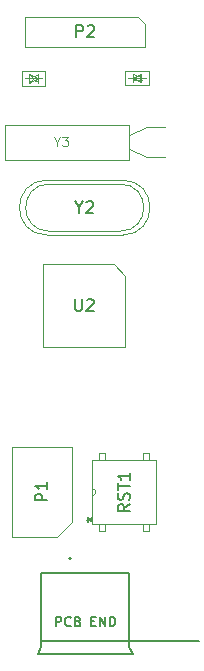
<source format=gbr>
%TF.GenerationSoftware,KiCad,Pcbnew,9.0.0*%
%TF.CreationDate,2025-02-28T11:04:11+07:00*%
%TF.ProjectId,SMT32_Bluepill,534d5433-325f-4426-9c75-6570696c6c2e,rev?*%
%TF.SameCoordinates,Original*%
%TF.FileFunction,AssemblyDrawing,Top*%
%FSLAX46Y46*%
G04 Gerber Fmt 4.6, Leading zero omitted, Abs format (unit mm)*
G04 Created by KiCad (PCBNEW 9.0.0) date 2025-02-28 11:04:11*
%MOMM*%
%LPD*%
G01*
G04 APERTURE LIST*
%ADD10C,0.150000*%
%ADD11C,0.080000*%
%ADD12C,0.120000*%
%ADD13C,0.100000*%
%ADD14C,0.127000*%
%ADD15C,0.200000*%
%ADD16C,0.025400*%
%ADD17C,0.050000*%
G04 APERTURE END LIST*
D10*
X29138095Y-71154819D02*
X29138095Y-71964342D01*
X29138095Y-71964342D02*
X29185714Y-72059580D01*
X29185714Y-72059580D02*
X29233333Y-72107200D01*
X29233333Y-72107200D02*
X29328571Y-72154819D01*
X29328571Y-72154819D02*
X29519047Y-72154819D01*
X29519047Y-72154819D02*
X29614285Y-72107200D01*
X29614285Y-72107200D02*
X29661904Y-72059580D01*
X29661904Y-72059580D02*
X29709523Y-71964342D01*
X29709523Y-71964342D02*
X29709523Y-71154819D01*
X30138095Y-71250057D02*
X30185714Y-71202438D01*
X30185714Y-71202438D02*
X30280952Y-71154819D01*
X30280952Y-71154819D02*
X30519047Y-71154819D01*
X30519047Y-71154819D02*
X30614285Y-71202438D01*
X30614285Y-71202438D02*
X30661904Y-71250057D01*
X30661904Y-71250057D02*
X30709523Y-71345295D01*
X30709523Y-71345295D02*
X30709523Y-71440533D01*
X30709523Y-71440533D02*
X30661904Y-71583390D01*
X30661904Y-71583390D02*
X30090476Y-72154819D01*
X30090476Y-72154819D02*
X30709523Y-72154819D01*
X27504762Y-98862295D02*
X27504762Y-98062295D01*
X27504762Y-98062295D02*
X27809524Y-98062295D01*
X27809524Y-98062295D02*
X27885714Y-98100390D01*
X27885714Y-98100390D02*
X27923809Y-98138485D01*
X27923809Y-98138485D02*
X27961905Y-98214676D01*
X27961905Y-98214676D02*
X27961905Y-98328961D01*
X27961905Y-98328961D02*
X27923809Y-98405152D01*
X27923809Y-98405152D02*
X27885714Y-98443247D01*
X27885714Y-98443247D02*
X27809524Y-98481342D01*
X27809524Y-98481342D02*
X27504762Y-98481342D01*
X28761905Y-98786104D02*
X28723809Y-98824200D01*
X28723809Y-98824200D02*
X28609524Y-98862295D01*
X28609524Y-98862295D02*
X28533333Y-98862295D01*
X28533333Y-98862295D02*
X28419047Y-98824200D01*
X28419047Y-98824200D02*
X28342857Y-98748009D01*
X28342857Y-98748009D02*
X28304762Y-98671819D01*
X28304762Y-98671819D02*
X28266666Y-98519438D01*
X28266666Y-98519438D02*
X28266666Y-98405152D01*
X28266666Y-98405152D02*
X28304762Y-98252771D01*
X28304762Y-98252771D02*
X28342857Y-98176580D01*
X28342857Y-98176580D02*
X28419047Y-98100390D01*
X28419047Y-98100390D02*
X28533333Y-98062295D01*
X28533333Y-98062295D02*
X28609524Y-98062295D01*
X28609524Y-98062295D02*
X28723809Y-98100390D01*
X28723809Y-98100390D02*
X28761905Y-98138485D01*
X29371428Y-98443247D02*
X29485714Y-98481342D01*
X29485714Y-98481342D02*
X29523809Y-98519438D01*
X29523809Y-98519438D02*
X29561905Y-98595628D01*
X29561905Y-98595628D02*
X29561905Y-98709914D01*
X29561905Y-98709914D02*
X29523809Y-98786104D01*
X29523809Y-98786104D02*
X29485714Y-98824200D01*
X29485714Y-98824200D02*
X29409524Y-98862295D01*
X29409524Y-98862295D02*
X29104762Y-98862295D01*
X29104762Y-98862295D02*
X29104762Y-98062295D01*
X29104762Y-98062295D02*
X29371428Y-98062295D01*
X29371428Y-98062295D02*
X29447619Y-98100390D01*
X29447619Y-98100390D02*
X29485714Y-98138485D01*
X29485714Y-98138485D02*
X29523809Y-98214676D01*
X29523809Y-98214676D02*
X29523809Y-98290866D01*
X29523809Y-98290866D02*
X29485714Y-98367057D01*
X29485714Y-98367057D02*
X29447619Y-98405152D01*
X29447619Y-98405152D02*
X29371428Y-98443247D01*
X29371428Y-98443247D02*
X29104762Y-98443247D01*
X30514286Y-98443247D02*
X30780952Y-98443247D01*
X30895238Y-98862295D02*
X30514286Y-98862295D01*
X30514286Y-98862295D02*
X30514286Y-98062295D01*
X30514286Y-98062295D02*
X30895238Y-98062295D01*
X31238096Y-98862295D02*
X31238096Y-98062295D01*
X31238096Y-98062295D02*
X31695239Y-98862295D01*
X31695239Y-98862295D02*
X31695239Y-98062295D01*
X32076191Y-98862295D02*
X32076191Y-98062295D01*
X32076191Y-98062295D02*
X32266667Y-98062295D01*
X32266667Y-98062295D02*
X32380953Y-98100390D01*
X32380953Y-98100390D02*
X32457143Y-98176580D01*
X32457143Y-98176580D02*
X32495238Y-98252771D01*
X32495238Y-98252771D02*
X32533334Y-98405152D01*
X32533334Y-98405152D02*
X32533334Y-98519438D01*
X32533334Y-98519438D02*
X32495238Y-98671819D01*
X32495238Y-98671819D02*
X32457143Y-98748009D01*
X32457143Y-98748009D02*
X32380953Y-98824200D01*
X32380953Y-98824200D02*
X32266667Y-98862295D01*
X32266667Y-98862295D02*
X32076191Y-98862295D01*
X30125919Y-89824099D02*
X30364014Y-89824099D01*
X30268776Y-90062194D02*
X30364014Y-89824099D01*
X30364014Y-89824099D02*
X30268776Y-89586004D01*
X30554490Y-89966956D02*
X30364014Y-89824099D01*
X30364014Y-89824099D02*
X30554490Y-89681242D01*
X33754819Y-88523809D02*
X33278628Y-88857142D01*
X33754819Y-89095237D02*
X32754819Y-89095237D01*
X32754819Y-89095237D02*
X32754819Y-88714285D01*
X32754819Y-88714285D02*
X32802438Y-88619047D01*
X32802438Y-88619047D02*
X32850057Y-88571428D01*
X32850057Y-88571428D02*
X32945295Y-88523809D01*
X32945295Y-88523809D02*
X33088152Y-88523809D01*
X33088152Y-88523809D02*
X33183390Y-88571428D01*
X33183390Y-88571428D02*
X33231009Y-88619047D01*
X33231009Y-88619047D02*
X33278628Y-88714285D01*
X33278628Y-88714285D02*
X33278628Y-89095237D01*
X33707200Y-88142856D02*
X33754819Y-87999999D01*
X33754819Y-87999999D02*
X33754819Y-87761904D01*
X33754819Y-87761904D02*
X33707200Y-87666666D01*
X33707200Y-87666666D02*
X33659580Y-87619047D01*
X33659580Y-87619047D02*
X33564342Y-87571428D01*
X33564342Y-87571428D02*
X33469104Y-87571428D01*
X33469104Y-87571428D02*
X33373866Y-87619047D01*
X33373866Y-87619047D02*
X33326247Y-87666666D01*
X33326247Y-87666666D02*
X33278628Y-87761904D01*
X33278628Y-87761904D02*
X33231009Y-87952380D01*
X33231009Y-87952380D02*
X33183390Y-88047618D01*
X33183390Y-88047618D02*
X33135771Y-88095237D01*
X33135771Y-88095237D02*
X33040533Y-88142856D01*
X33040533Y-88142856D02*
X32945295Y-88142856D01*
X32945295Y-88142856D02*
X32850057Y-88095237D01*
X32850057Y-88095237D02*
X32802438Y-88047618D01*
X32802438Y-88047618D02*
X32754819Y-87952380D01*
X32754819Y-87952380D02*
X32754819Y-87714285D01*
X32754819Y-87714285D02*
X32802438Y-87571428D01*
X32754819Y-87285713D02*
X32754819Y-86714285D01*
X33754819Y-86999999D02*
X32754819Y-86999999D01*
X33754819Y-85857142D02*
X33754819Y-86428570D01*
X33754819Y-86142856D02*
X32754819Y-86142856D01*
X32754819Y-86142856D02*
X32897676Y-86238094D01*
X32897676Y-86238094D02*
X32992914Y-86333332D01*
X32992914Y-86333332D02*
X33040533Y-86428570D01*
X30125919Y-89824099D02*
X30364014Y-89824099D01*
X30268776Y-90062194D02*
X30364014Y-89824099D01*
X30364014Y-89824099D02*
X30268776Y-89586004D01*
X30554490Y-89966956D02*
X30364014Y-89824099D01*
X30364014Y-89824099D02*
X30554490Y-89681242D01*
D11*
X25262202Y-52695899D02*
X25262202Y-52195899D01*
X25262202Y-52195899D02*
X25381250Y-52195899D01*
X25381250Y-52195899D02*
X25452678Y-52219709D01*
X25452678Y-52219709D02*
X25500297Y-52267328D01*
X25500297Y-52267328D02*
X25524107Y-52314947D01*
X25524107Y-52314947D02*
X25547916Y-52410185D01*
X25547916Y-52410185D02*
X25547916Y-52481613D01*
X25547916Y-52481613D02*
X25524107Y-52576851D01*
X25524107Y-52576851D02*
X25500297Y-52624470D01*
X25500297Y-52624470D02*
X25452678Y-52672090D01*
X25452678Y-52672090D02*
X25381250Y-52695899D01*
X25381250Y-52695899D02*
X25262202Y-52695899D01*
X25738393Y-52243518D02*
X25762202Y-52219709D01*
X25762202Y-52219709D02*
X25809821Y-52195899D01*
X25809821Y-52195899D02*
X25928869Y-52195899D01*
X25928869Y-52195899D02*
X25976488Y-52219709D01*
X25976488Y-52219709D02*
X26000297Y-52243518D01*
X26000297Y-52243518D02*
X26024107Y-52291137D01*
X26024107Y-52291137D02*
X26024107Y-52338756D01*
X26024107Y-52338756D02*
X26000297Y-52410185D01*
X26000297Y-52410185D02*
X25714583Y-52695899D01*
X25714583Y-52695899D02*
X26024107Y-52695899D01*
D12*
X27619048Y-57832902D02*
X27619048Y-58213855D01*
X27352381Y-57413855D02*
X27619048Y-57832902D01*
X27619048Y-57832902D02*
X27885714Y-57413855D01*
X28076190Y-57413855D02*
X28571428Y-57413855D01*
X28571428Y-57413855D02*
X28304762Y-57718617D01*
X28304762Y-57718617D02*
X28419047Y-57718617D01*
X28419047Y-57718617D02*
X28495238Y-57756712D01*
X28495238Y-57756712D02*
X28533333Y-57794807D01*
X28533333Y-57794807D02*
X28571428Y-57870998D01*
X28571428Y-57870998D02*
X28571428Y-58061474D01*
X28571428Y-58061474D02*
X28533333Y-58137664D01*
X28533333Y-58137664D02*
X28495238Y-58175760D01*
X28495238Y-58175760D02*
X28419047Y-58213855D01*
X28419047Y-58213855D02*
X28190476Y-58213855D01*
X28190476Y-58213855D02*
X28114285Y-58175760D01*
X28114285Y-58175760D02*
X28076190Y-58137664D01*
D11*
X34030952Y-52627149D02*
X34030952Y-52127149D01*
X34030952Y-52127149D02*
X34150000Y-52127149D01*
X34150000Y-52127149D02*
X34221428Y-52150959D01*
X34221428Y-52150959D02*
X34269047Y-52198578D01*
X34269047Y-52198578D02*
X34292857Y-52246197D01*
X34292857Y-52246197D02*
X34316666Y-52341435D01*
X34316666Y-52341435D02*
X34316666Y-52412863D01*
X34316666Y-52412863D02*
X34292857Y-52508101D01*
X34292857Y-52508101D02*
X34269047Y-52555720D01*
X34269047Y-52555720D02*
X34221428Y-52603340D01*
X34221428Y-52603340D02*
X34150000Y-52627149D01*
X34150000Y-52627149D02*
X34030952Y-52627149D01*
X34792857Y-52627149D02*
X34507143Y-52627149D01*
X34650000Y-52627149D02*
X34650000Y-52127149D01*
X34650000Y-52127149D02*
X34602381Y-52198578D01*
X34602381Y-52198578D02*
X34554762Y-52246197D01*
X34554762Y-52246197D02*
X34507143Y-52270006D01*
D10*
X29483809Y-63378628D02*
X29483809Y-63854819D01*
X29150476Y-62854819D02*
X29483809Y-63378628D01*
X29483809Y-63378628D02*
X29817142Y-62854819D01*
X30102857Y-62950057D02*
X30150476Y-62902438D01*
X30150476Y-62902438D02*
X30245714Y-62854819D01*
X30245714Y-62854819D02*
X30483809Y-62854819D01*
X30483809Y-62854819D02*
X30579047Y-62902438D01*
X30579047Y-62902438D02*
X30626666Y-62950057D01*
X30626666Y-62950057D02*
X30674285Y-63045295D01*
X30674285Y-63045295D02*
X30674285Y-63140533D01*
X30674285Y-63140533D02*
X30626666Y-63283390D01*
X30626666Y-63283390D02*
X30055238Y-63854819D01*
X30055238Y-63854819D02*
X30674285Y-63854819D01*
X26784819Y-88198094D02*
X25784819Y-88198094D01*
X25784819Y-88198094D02*
X25784819Y-87817142D01*
X25784819Y-87817142D02*
X25832438Y-87721904D01*
X25832438Y-87721904D02*
X25880057Y-87674285D01*
X25880057Y-87674285D02*
X25975295Y-87626666D01*
X25975295Y-87626666D02*
X26118152Y-87626666D01*
X26118152Y-87626666D02*
X26213390Y-87674285D01*
X26213390Y-87674285D02*
X26261009Y-87721904D01*
X26261009Y-87721904D02*
X26308628Y-87817142D01*
X26308628Y-87817142D02*
X26308628Y-88198094D01*
X26784819Y-86674285D02*
X26784819Y-87245713D01*
X26784819Y-86959999D02*
X25784819Y-86959999D01*
X25784819Y-86959999D02*
X25927676Y-87055237D01*
X25927676Y-87055237D02*
X26022914Y-87150475D01*
X26022914Y-87150475D02*
X26070533Y-87245713D01*
X29251905Y-48954819D02*
X29251905Y-47954819D01*
X29251905Y-47954819D02*
X29632857Y-47954819D01*
X29632857Y-47954819D02*
X29728095Y-48002438D01*
X29728095Y-48002438D02*
X29775714Y-48050057D01*
X29775714Y-48050057D02*
X29823333Y-48145295D01*
X29823333Y-48145295D02*
X29823333Y-48288152D01*
X29823333Y-48288152D02*
X29775714Y-48383390D01*
X29775714Y-48383390D02*
X29728095Y-48431009D01*
X29728095Y-48431009D02*
X29632857Y-48478628D01*
X29632857Y-48478628D02*
X29251905Y-48478628D01*
X30204286Y-48050057D02*
X30251905Y-48002438D01*
X30251905Y-48002438D02*
X30347143Y-47954819D01*
X30347143Y-47954819D02*
X30585238Y-47954819D01*
X30585238Y-47954819D02*
X30680476Y-48002438D01*
X30680476Y-48002438D02*
X30728095Y-48050057D01*
X30728095Y-48050057D02*
X30775714Y-48145295D01*
X30775714Y-48145295D02*
X30775714Y-48240533D01*
X30775714Y-48240533D02*
X30728095Y-48383390D01*
X30728095Y-48383390D02*
X30156667Y-48954819D01*
X30156667Y-48954819D02*
X30775714Y-48954819D01*
D13*
%TO.C,U2*%
X26400000Y-68200000D02*
X32400000Y-68200000D01*
X26400000Y-75200000D02*
X26400000Y-68200000D01*
X32400000Y-68200000D02*
X33400000Y-69200000D01*
X33400000Y-69200000D02*
X33400000Y-75200000D01*
X33400000Y-75200000D02*
X26400000Y-75200000D01*
D14*
%TO.C,U3*%
X25980000Y-101220000D02*
X34020000Y-101220000D01*
X26250000Y-94300000D02*
X33750000Y-94300000D01*
X26250000Y-100100000D02*
X26250000Y-94300000D01*
X26250000Y-100100000D02*
X39600000Y-100100000D01*
X26250000Y-100600000D02*
X25980000Y-101220000D01*
X26250000Y-100600000D02*
X26250000Y-100100000D01*
X33750000Y-94300000D02*
X33750000Y-100600000D01*
X34020000Y-101220000D02*
X33750000Y-100600000D01*
D15*
X28800000Y-93100000D02*
G75*
G02*
X28600000Y-93100000I-100000J0D01*
G01*
X28600000Y-93100000D02*
G75*
G02*
X28800000Y-93100000I100000J0D01*
G01*
D16*
%TO.C,RST1*%
X30594900Y-84794900D02*
X30594900Y-90205100D01*
X30594900Y-90205100D02*
X36005100Y-90205100D01*
X31196000Y-84200000D02*
X31196000Y-84794900D01*
X31196000Y-84794900D02*
X31704000Y-84794900D01*
X31196000Y-90205100D02*
X31196000Y-90800000D01*
X31196000Y-90800000D02*
X31704000Y-90800000D01*
X31704000Y-84200000D02*
X31196000Y-84200000D01*
X31704000Y-84794900D02*
X31704000Y-84200000D01*
X31704000Y-90205100D02*
X31196000Y-90205100D01*
X31704000Y-90800000D02*
X31704000Y-90205100D01*
X34896000Y-84200000D02*
X34896000Y-84794900D01*
X34896000Y-84794900D02*
X35404000Y-84794900D01*
X34896000Y-90205100D02*
X34896000Y-90800000D01*
X34896000Y-90800000D02*
X35404000Y-90800000D01*
X35404000Y-84200000D02*
X34896000Y-84200000D01*
X35404000Y-84794900D02*
X35404000Y-84200000D01*
X35404000Y-90205100D02*
X34896000Y-90205100D01*
X35404000Y-90800000D02*
X35404000Y-90205100D01*
X36005100Y-84794900D02*
X30594900Y-84794900D01*
X36005100Y-90205100D02*
X36005100Y-84794900D01*
X30594900Y-87195200D02*
G75*
G02*
X30594900Y-87804800I0J-304800D01*
G01*
D13*
%TO.C,D2*%
X24631250Y-51868750D02*
X24631250Y-53068750D01*
X24631250Y-53068750D02*
X26631250Y-53068750D01*
D17*
X25281250Y-52118750D02*
X25981250Y-52468750D01*
X25281250Y-52818750D02*
X25281250Y-52118750D01*
X25981250Y-52468750D02*
X25281250Y-52818750D01*
X25981250Y-52818750D02*
X25981250Y-52118750D01*
X26381250Y-52468750D02*
X24881250Y-52468750D01*
D13*
X26631250Y-51868750D02*
X24631250Y-51868750D01*
X26631250Y-53068750D02*
X26631250Y-51868750D01*
%TO.C,Y3*%
X23250000Y-56370000D02*
X23250000Y-59370000D01*
X23250000Y-59370000D02*
X33750000Y-59370000D01*
X33750000Y-56370000D02*
X23250000Y-56370000D01*
X33750000Y-57270000D02*
X35250000Y-56600000D01*
X33750000Y-58470000D02*
X35250000Y-59140000D01*
X33750000Y-59370000D02*
X33750000Y-56370000D01*
X35250000Y-56600000D02*
X36750000Y-56600000D01*
X35250000Y-59140000D02*
X36750000Y-59140000D01*
%TO.C,D1*%
X33400000Y-51800000D02*
X33400000Y-53000000D01*
X33400000Y-53000000D02*
X35400000Y-53000000D01*
D17*
X33650000Y-52400000D02*
X35150000Y-52400000D01*
X34050000Y-52050000D02*
X34050000Y-52750000D01*
X34050000Y-52400000D02*
X34750000Y-52050000D01*
X34750000Y-52050000D02*
X34750000Y-52750000D01*
X34750000Y-52750000D02*
X34050000Y-52400000D01*
D13*
X35400000Y-51800000D02*
X33400000Y-51800000D01*
X35400000Y-53000000D02*
X35400000Y-51800000D01*
%TO.C,Y2*%
X32960000Y-61400000D02*
X26960000Y-61400000D01*
X32960000Y-65400000D02*
X26960000Y-65400000D01*
X33160000Y-61075000D02*
X26760000Y-61075000D01*
X33160000Y-65725000D02*
X26760000Y-65725000D01*
X26760000Y-65725000D02*
G75*
G02*
X26760000Y-61075000I0J2325000D01*
G01*
X26960000Y-65400000D02*
G75*
G02*
X26960000Y-61400000I0J2000000D01*
G01*
X32960000Y-61400000D02*
G75*
G02*
X32960000Y-65400000I0J-2000000D01*
G01*
X33160000Y-61075000D02*
G75*
G02*
X33160000Y-65725000I0J-2325000D01*
G01*
%TO.C,P1*%
X23790000Y-83650000D02*
X28870000Y-83650000D01*
X23790000Y-91270000D02*
X23790000Y-83650000D01*
X27600000Y-91270000D02*
X23790000Y-91270000D01*
X28870000Y-83650000D02*
X28870000Y-90000000D01*
X28870000Y-90000000D02*
X27600000Y-91270000D01*
%TO.C,P2*%
X24910000Y-47230000D02*
X34435000Y-47230000D01*
X24910000Y-49770000D02*
X24910000Y-47230000D01*
X34435000Y-47230000D02*
X35070000Y-47865000D01*
X35070000Y-47865000D02*
X35070000Y-49770000D01*
X35070000Y-49770000D02*
X24910000Y-49770000D01*
%TD*%
M02*

</source>
